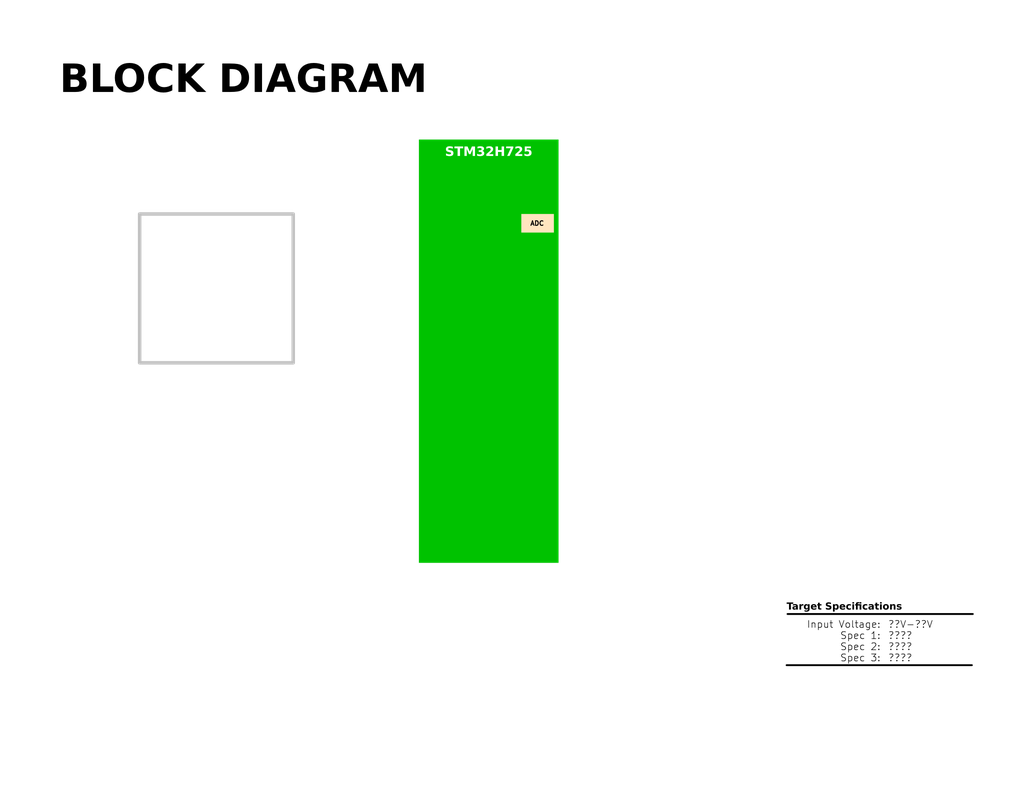
<source format=kicad_sch>
(kicad_sch
	(version 20250114)
	(generator "eeschema")
	(generator_version "9.0")
	(uuid "4e999f74-e9ca-4258-846f-bb607e3dbcde")
	(paper "USLetter")
	(title_block
		(title "${BOARD_NAME}")
		(date "2025-04-07")
		(rev "${REVISION}")
		(company "${DESIGNER}")
	)
	(lib_symbols)
	(rectangle
		(start 38.1 58.42)
		(end 80.01 99.06)
		(stroke
			(width 0.9525)
			(type solid)
			(color 194 194 194 1)
		)
		(fill
			(type none)
		)
		(uuid 838359a7-d1bc-40f7-81c8-440ec44e3c2d)
	)
	(rectangle
		(start 114.3 38.1)
		(end 152.4 153.67)
		(stroke
			(width -0.0001)
			(type solid)
		)
		(fill
			(type color)
			(color 0 194 0 1)
		)
		(uuid a122d89e-48f6-48f6-8af9-e0d1cf4f9345)
	)
	(rectangle
		(start 142.24 58.42)
		(end 151.13 63.5)
		(stroke
			(width -0.0001)
			(type solid)
		)
		(fill
			(type color)
			(color 255 229 191 1)
		)
		(uuid c2f8d408-a4d8-48f5-9a07-112cef13e008)
	)
	(text "ADC"
		(exclude_from_sim no)
		(at 146.558 61.214 0)
		(effects
			(font
				(size 1.27 1.27)
				(thickness 0.254)
				(bold yes)
				(color 0 0 0 1)
			)
		)
		(uuid "0352fe25-54b7-4f79-b876-c42b19fd0e86")
	)
	(text "BLOCK DIAGRAM"
		(exclude_from_sim yes)
		(at 16.256 24.13 0)
		(effects
			(font
				(face "Verdana")
				(size 7.62 7.62)
				(thickness 0.254)
				(bold yes)
				(color 0 0 0 1)
			)
			(justify left)
		)
		(uuid "1f0d9f62-9be7-4ecf-b7ec-01ed38bf587c")
	)
	(text "Target Specifications"
		(exclude_from_sim yes)
		(at 214.63 166.37 0)
		(effects
			(font
				(face "Verdana")
				(size 1.905 1.905)
				(bold yes)
				(color 0 0 0 1)
			)
			(justify left)
		)
		(uuid "2efbb5d4-c394-400d-9c40-8879510e6045")
	)
	(text "STM32H725"
		(exclude_from_sim no)
		(at 133.35 42.418 0)
		(effects
			(font
				(face "Verdana")
				(size 2.54 2.54)
				(bold yes)
				(color 255 255 255 1)
			)
		)
		(uuid "db2e1bac-f3aa-4802-bae6-b65d25dfae38")
	)
	(polyline
		(pts
			(xy 214.884 167.64) (xy 265.43 167.64)
		)
		(stroke
			(width 0.508)
			(type solid)
			(color 0 0 0 1)
		)
		(uuid "71665d1d-f586-4b64-bb34-f2439163e05e")
	)
	(polyline
		(pts
			(xy 214.63 181.61) (xy 265.176 181.61)
		)
		(stroke
			(width 0.508)
			(type solid)
			(color 0 0 0 1)
		)
		(uuid "ad8f45d5-3c3d-47f3-b021-ff1f4953b04d")
	)
	(table
		(column_count 2)
		(border
			(external no)
			(header no)
		)
		(separators
			(rows no)
			(cols no)
		)
		(column_widths 27.178 24.13)
		(row_heights 3.048 3.048 3.048 3.048)
		(cells
			(table_cell "Input Voltage:"
				(exclude_from_sim no)
				(at 214.122 168.91 0)
				(size 27.178 3.048)
				(margins 0.9525 0.9525 0.9525 0.9525)
				(span 1 1)
				(fill
					(type none)
				)
				(effects
					(font
						(size 1.905 1.905)
						(color 0 0 0 1)
					)
					(justify right)
				)
				(uuid "3dfc322f-a8b7-40b0-8f3f-dcc5bb48d8e1")
			)
			(table_cell "??V-??V"
				(exclude_from_sim no)
				(at 241.3 168.91 0)
				(size 24.13 3.048)
				(margins 0.9525 0.9525 0.9525 0.9525)
				(span 1 1)
				(fill
					(type none)
				)
				(effects
					(font
						(size 1.905 1.905)
						(color 0 0 0 1)
					)
					(justify left)
				)
				(uuid "a561799d-e1be-440c-a309-e5200b5a536a")
			)
			(table_cell "Spec 1:"
				(exclude_from_sim no)
				(at 214.122 171.958 0)
				(size 27.178 3.048)
				(margins 0.9525 0.9525 0.9525 0.9525)
				(span 1 1)
				(fill
					(type none)
				)
				(effects
					(font
						(size 1.905 1.905)
						(color 0 0 0 1)
					)
					(justify right)
				)
				(uuid "71f3cb8e-cd11-442d-b2a4-3e755c6e493a")
			)
			(table_cell "????"
				(exclude_from_sim no)
				(at 241.3 171.958 0)
				(size 24.13 3.048)
				(margins 0.9525 0.9525 0.9525 0.9525)
				(span 1 1)
				(fill
					(type none)
				)
				(effects
					(font
						(size 1.905 1.905)
						(color 0 0 0 1)
					)
					(justify left)
				)
				(uuid "67296d3e-1b73-4c00-b4d6-f8f9d620bc6d")
			)
			(table_cell "Spec 2:"
				(exclude_from_sim no)
				(at 214.122 175.006 0)
				(size 27.178 3.048)
				(margins 0.9525 0.9525 0.9525 0.9525)
				(span 1 1)
				(fill
					(type none)
				)
				(effects
					(font
						(size 1.905 1.905)
						(color 0 0 0 1)
					)
					(justify right)
				)
				(uuid "13a0f6e9-7e32-479b-a51a-cb2baf56235e")
			)
			(table_cell "????"
				(exclude_from_sim no)
				(at 241.3 175.006 0)
				(size 24.13 3.048)
				(margins 0.9525 0.9525 0.9525 0.9525)
				(span 1 1)
				(fill
					(type none)
				)
				(effects
					(font
						(size 1.905 1.905)
						(color 0 0 0 1)
					)
					(justify left)
				)
				(uuid "62611f3e-8e78-41d6-aff5-125e9ce791a3")
			)
			(table_cell "Spec 3:"
				(exclude_from_sim no)
				(at 214.122 178.054 0)
				(size 27.178 3.048)
				(margins 0.9525 0.9525 0.9525 0.9525)
				(span 1 1)
				(fill
					(type none)
				)
				(effects
					(font
						(size 1.905 1.905)
						(color 0 0 0 1)
					)
					(justify right)
				)
				(uuid "f2d78ed0-dc10-4586-b920-57ea1c3f2a8c")
			)
			(table_cell "????"
				(exclude_from_sim no)
				(at 241.3 178.054 0)
				(size 24.13 3.048)
				(margins 0.9525 0.9525 0.9525 0.9525)
				(span 1 1)
				(fill
					(type none)
				)
				(effects
					(font
						(size 1.905 1.905)
						(color 0 0 0 1)
					)
					(justify left)
				)
				(uuid "9d54ac1d-ae71-44b3-b73d-49f9fd490178")
			)
		)
	)
)

</source>
